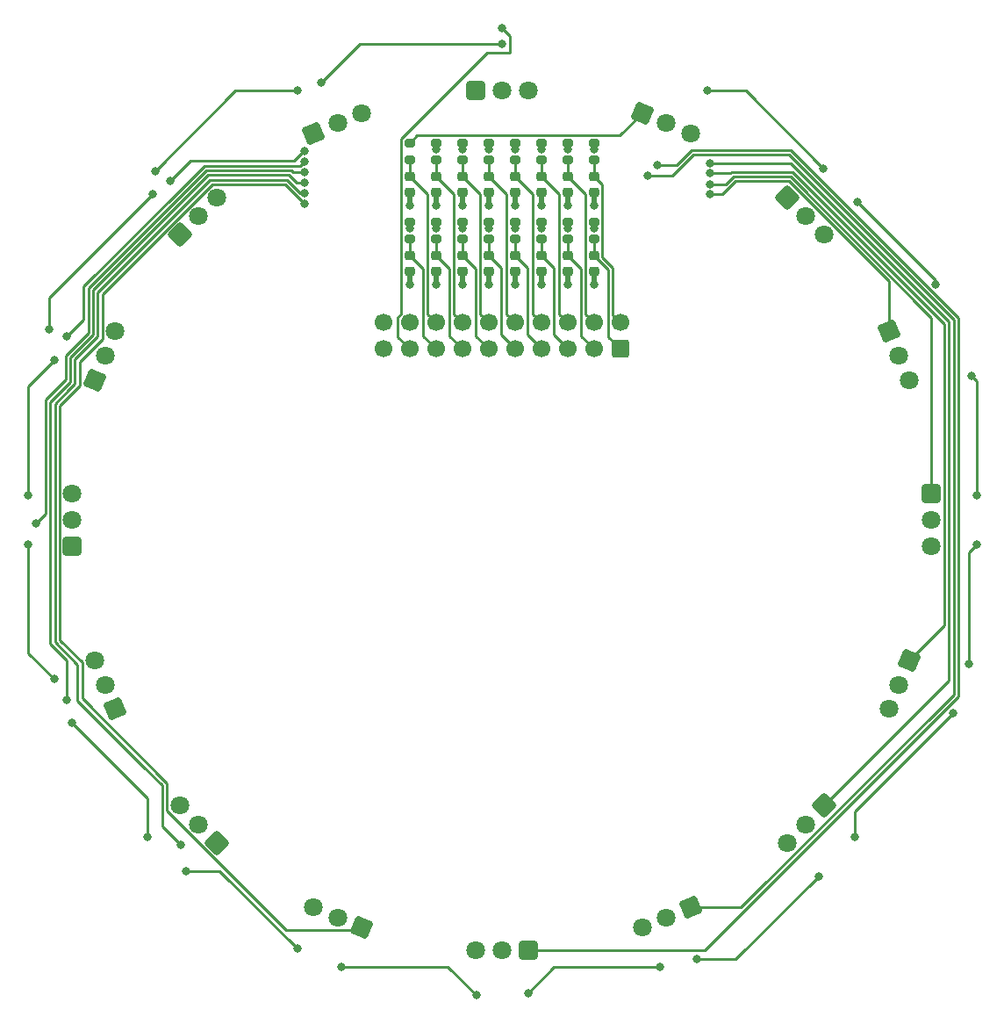
<source format=gbr>
%TF.GenerationSoftware,KiCad,Pcbnew,7.0.6*%
%TF.CreationDate,2023-12-16T12:44:14+09:00*%
%TF.ProjectId,BallSensor_TSSP58038_20230330,42616c6c-5365-46e7-936f-725f54535350,rev?*%
%TF.SameCoordinates,Original*%
%TF.FileFunction,Copper,L4,Bot*%
%TF.FilePolarity,Positive*%
%FSLAX46Y46*%
G04 Gerber Fmt 4.6, Leading zero omitted, Abs format (unit mm)*
G04 Created by KiCad (PCBNEW 7.0.6) date 2023-12-16 12:44:14*
%MOMM*%
%LPD*%
G01*
G04 APERTURE LIST*
G04 Aperture macros list*
%AMRoundRect*
0 Rectangle with rounded corners*
0 $1 Rounding radius*
0 $2 $3 $4 $5 $6 $7 $8 $9 X,Y pos of 4 corners*
0 Add a 4 corners polygon primitive as box body*
4,1,4,$2,$3,$4,$5,$6,$7,$8,$9,$2,$3,0*
0 Add four circle primitives for the rounded corners*
1,1,$1+$1,$2,$3*
1,1,$1+$1,$4,$5*
1,1,$1+$1,$6,$7*
1,1,$1+$1,$8,$9*
0 Add four rect primitives between the rounded corners*
20,1,$1+$1,$2,$3,$4,$5,0*
20,1,$1+$1,$4,$5,$6,$7,0*
20,1,$1+$1,$6,$7,$8,$9,0*
20,1,$1+$1,$8,$9,$2,$3,0*%
G04 Aperture macros list end*
%TA.AperFunction,SMDPad,CuDef*%
%ADD10RoundRect,0.200000X-0.275000X0.200000X-0.275000X-0.200000X0.275000X-0.200000X0.275000X0.200000X0*%
%TD*%
%TA.AperFunction,ComponentPad*%
%ADD11RoundRect,0.250200X0.849005X0.351669X-0.351669X0.849005X-0.849005X-0.351669X0.351669X-0.849005X0*%
%TD*%
%TA.AperFunction,ComponentPad*%
%ADD12C,1.800000*%
%TD*%
%TA.AperFunction,SMDPad,CuDef*%
%ADD13RoundRect,0.225000X-0.250000X0.225000X-0.250000X-0.225000X0.250000X-0.225000X0.250000X0.225000X0*%
%TD*%
%TA.AperFunction,ComponentPad*%
%ADD14RoundRect,0.250200X-0.849005X-0.351669X0.351669X-0.849005X0.849005X0.351669X-0.351669X0.849005X0*%
%TD*%
%TA.AperFunction,ComponentPad*%
%ADD15RoundRect,0.250200X-0.918956X0.000000X0.000000X-0.918956X0.918956X0.000000X0.000000X0.918956X0*%
%TD*%
%TA.AperFunction,ComponentPad*%
%ADD16RoundRect,0.250000X0.600000X-0.600000X0.600000X0.600000X-0.600000X0.600000X-0.600000X-0.600000X0*%
%TD*%
%TA.AperFunction,ComponentPad*%
%ADD17C,1.700000*%
%TD*%
%TA.AperFunction,ComponentPad*%
%ADD18RoundRect,0.250200X-0.649800X-0.649800X0.649800X-0.649800X0.649800X0.649800X-0.649800X0.649800X0*%
%TD*%
%TA.AperFunction,ComponentPad*%
%ADD19RoundRect,0.250200X-0.351669X0.849005X-0.849005X-0.351669X0.351669X-0.849005X0.849005X0.351669X0*%
%TD*%
%TA.AperFunction,ComponentPad*%
%ADD20RoundRect,0.250200X0.918956X0.000000X0.000000X0.918956X-0.918956X0.000000X0.000000X-0.918956X0*%
%TD*%
%TA.AperFunction,ComponentPad*%
%ADD21RoundRect,0.250200X0.649800X-0.649800X0.649800X0.649800X-0.649800X0.649800X-0.649800X-0.649800X0*%
%TD*%
%TA.AperFunction,ComponentPad*%
%ADD22RoundRect,0.250200X0.351669X0.849005X-0.849005X0.351669X-0.351669X-0.849005X0.849005X-0.351669X0*%
%TD*%
%TA.AperFunction,ComponentPad*%
%ADD23RoundRect,0.250200X0.000000X-0.918956X0.918956X0.000000X0.000000X0.918956X-0.918956X0.000000X0*%
%TD*%
%TA.AperFunction,ComponentPad*%
%ADD24RoundRect,0.250200X-0.649800X0.649800X-0.649800X-0.649800X0.649800X-0.649800X0.649800X0.649800X0*%
%TD*%
%TA.AperFunction,ComponentPad*%
%ADD25RoundRect,0.250200X0.351669X-0.849005X0.849005X0.351669X-0.351669X0.849005X-0.849005X-0.351669X0*%
%TD*%
%TA.AperFunction,ComponentPad*%
%ADD26RoundRect,0.250200X-0.351669X-0.849005X0.849005X-0.351669X0.351669X0.849005X-0.849005X0.351669X0*%
%TD*%
%TA.AperFunction,ComponentPad*%
%ADD27RoundRect,0.250200X-0.849005X0.351669X-0.351669X-0.849005X0.849005X-0.351669X0.351669X0.849005X0*%
%TD*%
%TA.AperFunction,ComponentPad*%
%ADD28RoundRect,0.250200X0.849005X-0.351669X0.351669X0.849005X-0.849005X0.351669X-0.351669X-0.849005X0*%
%TD*%
%TA.AperFunction,ComponentPad*%
%ADD29RoundRect,0.250200X0.000000X0.918956X-0.918956X0.000000X0.000000X-0.918956X0.918956X0.000000X0*%
%TD*%
%TA.AperFunction,ComponentPad*%
%ADD30RoundRect,0.250200X0.649800X0.649800X-0.649800X0.649800X-0.649800X-0.649800X0.649800X-0.649800X0*%
%TD*%
%TA.AperFunction,ViaPad*%
%ADD31C,0.800000*%
%TD*%
%TA.AperFunction,Conductor*%
%ADD32C,0.250000*%
%TD*%
%TA.AperFunction,Conductor*%
%ADD33C,0.500000*%
%TD*%
G04 APERTURE END LIST*
D10*
%TO.P,R3,1*%
%TO.N,sig2*%
X109855000Y-63310000D03*
%TO.P,R3,2*%
%TO.N,sig2-LPF*%
X109855000Y-64960000D03*
%TD*%
D11*
%TO.P,U8,1,OUT*%
%TO.N,sig8*%
X87449425Y-138952822D03*
D12*
%TO.P,U8,2,GND*%
%TO.N,GND*%
X85102771Y-137980806D03*
%TO.P,U8,3,Vs*%
%TO.N,+5V*%
X82756117Y-137008790D03*
%TD*%
D13*
%TO.P,C5,1*%
%TO.N,sig4-LPF*%
X107315000Y-66535000D03*
%TO.P,C5,2*%
%TO.N,GND*%
X107315000Y-68085000D03*
%TD*%
D10*
%TO.P,R15,1*%
%TO.N,sig14*%
X94615000Y-63310000D03*
%TO.P,R15,2*%
%TO.N,sig14-LPF*%
X94615000Y-64960000D03*
%TD*%
D13*
%TO.P,C8,1*%
%TO.N,sig7-LPF*%
X102235000Y-74155000D03*
%TO.P,C8,2*%
%TO.N,GND*%
X102235000Y-75705000D03*
%TD*%
%TO.P,C10,1*%
%TO.N,sig9-LPF*%
X99695000Y-74155000D03*
%TO.P,C10,2*%
%TO.N,GND*%
X99695000Y-75705000D03*
%TD*%
D10*
%TO.P,R2,1*%
%TO.N,sig1*%
X109855000Y-70930000D03*
%TO.P,R2,2*%
%TO.N,sig1-LPF*%
X109855000Y-72580000D03*
%TD*%
D13*
%TO.P,C4,1*%
%TO.N,sig3-LPF*%
X107315000Y-74155000D03*
%TO.P,C4,2*%
%TO.N,GND*%
X107315000Y-75705000D03*
%TD*%
D10*
%TO.P,R4,1*%
%TO.N,sig3*%
X107315000Y-70930000D03*
%TO.P,R4,2*%
%TO.N,sig3-LPF*%
X107315000Y-72580000D03*
%TD*%
D13*
%TO.P,C9,1*%
%TO.N,sig8-LPF*%
X102235000Y-66535000D03*
%TO.P,C9,2*%
%TO.N,GND*%
X102235000Y-68085000D03*
%TD*%
D14*
%TO.P,U16,1,OUT*%
%TO.N,sig16*%
X114480574Y-60419177D03*
D12*
%TO.P,U16,2,GND*%
%TO.N,GND*%
X116827228Y-61391193D03*
%TO.P,U16,3,Vs*%
%TO.N,+5V*%
X119173882Y-62363209D03*
%TD*%
D15*
%TO.P,U15,1,OUT*%
%TO.N,sig15*%
X128478525Y-68580372D03*
D12*
%TO.P,U15,2,GND*%
%TO.N,GND*%
X130274576Y-70376423D03*
%TO.P,U15,3,Vs*%
%TO.N,+5V*%
X132070627Y-72172474D03*
%TD*%
D10*
%TO.P,R6,1*%
%TO.N,sig5*%
X104775000Y-70930000D03*
%TO.P,R6,2*%
%TO.N,sig5-LPF*%
X104775000Y-72580000D03*
%TD*%
%TO.P,R9,1*%
%TO.N,sig8*%
X102235000Y-63310000D03*
%TO.P,R9,2*%
%TO.N,sig8-LPF*%
X102235000Y-64960000D03*
%TD*%
D13*
%TO.P,C7,1*%
%TO.N,sig6-LPF*%
X104775000Y-66535000D03*
%TO.P,C7,2*%
%TO.N,GND*%
X104775000Y-68085000D03*
%TD*%
%TO.P,C14,1*%
%TO.N,sig13-LPF*%
X94615000Y-74155000D03*
%TO.P,C14,2*%
%TO.N,GND*%
X94615000Y-75705000D03*
%TD*%
D16*
%TO.P,J1,1,Pin_1*%
%TO.N,sig1-LPF*%
X112395000Y-83185000D03*
D17*
%TO.P,J1,2,Pin_2*%
%TO.N,sig2-LPF*%
X112395000Y-80645000D03*
%TO.P,J1,3,Pin_3*%
%TO.N,sig3-LPF*%
X109855000Y-83185000D03*
%TO.P,J1,4,Pin_4*%
%TO.N,sig4-LPF*%
X109855000Y-80645000D03*
%TO.P,J1,5,Pin_5*%
%TO.N,sig5-LPF*%
X107315000Y-83185000D03*
%TO.P,J1,6,Pin_6*%
%TO.N,sig6-LPF*%
X107315000Y-80645000D03*
%TO.P,J1,7,Pin_7*%
%TO.N,sig7-LPF*%
X104775000Y-83185000D03*
%TO.P,J1,8,Pin_8*%
%TO.N,sig8-LPF*%
X104775000Y-80645000D03*
%TO.P,J1,9,Pin_9*%
%TO.N,sig9-LPF*%
X102235000Y-83185000D03*
%TO.P,J1,10,Pin_10*%
%TO.N,sig10-LPF*%
X102235000Y-80645000D03*
%TO.P,J1,11,Pin_11*%
%TO.N,sig11-LPF*%
X99695000Y-83185000D03*
%TO.P,J1,12,Pin_12*%
%TO.N,sig12-LPF*%
X99695000Y-80645000D03*
%TO.P,J1,13,Pin_13*%
%TO.N,sig13-LPF*%
X97155000Y-83185000D03*
%TO.P,J1,14,Pin_14*%
%TO.N,sig14-LPF*%
X97155000Y-80645000D03*
%TO.P,J1,15,Pin_15*%
%TO.N,sig15-LPF*%
X94615000Y-83185000D03*
%TO.P,J1,16,Pin_16*%
%TO.N,sig16-LPF*%
X94615000Y-80645000D03*
%TO.P,J1,17,Pin_17*%
%TO.N,sig_NeoPixel*%
X92075000Y-83185000D03*
%TO.P,J1,18,Pin_18*%
%TO.N,+5V*%
X92075000Y-80645000D03*
%TO.P,J1,19,Pin_19*%
X89535000Y-83185000D03*
%TO.P,J1,20,Pin_20*%
%TO.N,GND*%
X89535000Y-80645000D03*
%TD*%
D10*
%TO.P,R10,1*%
%TO.N,sig9*%
X99695000Y-70930000D03*
%TO.P,R10,2*%
%TO.N,sig9-LPF*%
X99695000Y-72580000D03*
%TD*%
D13*
%TO.P,C2,1*%
%TO.N,sig1-LPF*%
X109855000Y-74155000D03*
%TO.P,C2,2*%
%TO.N,GND*%
X109855000Y-75705000D03*
%TD*%
D18*
%TO.P,U1,1,OUT*%
%TO.N,sig1*%
X98425000Y-58236000D03*
D12*
%TO.P,U1,2,GND*%
%TO.N,GND*%
X100965000Y-58236000D03*
%TO.P,U1,3,Vs*%
%TO.N,+5V*%
X103505000Y-58236000D03*
%TD*%
D13*
%TO.P,C13,1*%
%TO.N,sig12-LPF*%
X97155000Y-66535000D03*
%TO.P,C13,2*%
%TO.N,GND*%
X97155000Y-68085000D03*
%TD*%
%TO.P,C6,1*%
%TO.N,sig5-LPF*%
X104775000Y-74155000D03*
%TO.P,C6,2*%
%TO.N,GND*%
X104775000Y-75705000D03*
%TD*%
D10*
%TO.P,R14,1*%
%TO.N,sig13*%
X94615000Y-70930000D03*
%TO.P,R14,2*%
%TO.N,sig13-LPF*%
X94615000Y-72580000D03*
%TD*%
%TO.P,R5,1*%
%TO.N,sig4*%
X107315000Y-63310000D03*
%TO.P,R5,2*%
%TO.N,sig4-LPF*%
X107315000Y-64960000D03*
%TD*%
D19*
%TO.P,U12,1,OUT*%
%TO.N,sig12*%
X140231822Y-113201574D03*
D12*
%TO.P,U12,2,GND*%
%TO.N,GND*%
X139259806Y-115548228D03*
%TO.P,U12,3,Vs*%
%TO.N,+5V*%
X138287790Y-117894882D03*
%TD*%
D13*
%TO.P,C15,1*%
%TO.N,sig14-LPF*%
X94615000Y-66535000D03*
%TO.P,C15,2*%
%TO.N,GND*%
X94615000Y-68085000D03*
%TD*%
D20*
%TO.P,U7,1,OUT*%
%TO.N,sig7*%
X73451474Y-130791627D03*
D12*
%TO.P,U7,2,GND*%
%TO.N,GND*%
X71655423Y-128995576D03*
%TO.P,U7,3,Vs*%
%TO.N,+5V*%
X69859372Y-127199525D03*
%TD*%
D13*
%TO.P,C3,1*%
%TO.N,sig2-LPF*%
X109855000Y-66535000D03*
%TO.P,C3,2*%
%TO.N,GND*%
X109855000Y-68085000D03*
%TD*%
D21*
%TO.P,U5,1,OUT*%
%TO.N,sig5*%
X59515000Y-102226000D03*
D12*
%TO.P,U5,2,GND*%
%TO.N,GND*%
X59515000Y-99686000D03*
%TO.P,U5,3,Vs*%
%TO.N,+5V*%
X59515000Y-97146000D03*
%TD*%
D22*
%TO.P,U10,1,OUT*%
%TO.N,sig10*%
X119173882Y-137008790D03*
D12*
%TO.P,U10,2,GND*%
%TO.N,GND*%
X116827228Y-137980806D03*
%TO.P,U10,3,Vs*%
%TO.N,+5V*%
X114480574Y-138952822D03*
%TD*%
D10*
%TO.P,R16,1*%
%TO.N,sig15*%
X92075000Y-70930000D03*
%TO.P,R16,2*%
%TO.N,sig15-LPF*%
X92075000Y-72580000D03*
%TD*%
D23*
%TO.P,U3,1,OUT*%
%TO.N,sig3*%
X69859372Y-72172474D03*
D12*
%TO.P,U3,2,GND*%
%TO.N,GND*%
X71655423Y-70376423D03*
%TO.P,U3,3,Vs*%
%TO.N,+5V*%
X73451474Y-68580372D03*
%TD*%
D10*
%TO.P,R8,1*%
%TO.N,sig7*%
X102235000Y-70930000D03*
%TO.P,R8,2*%
%TO.N,sig7-LPF*%
X102235000Y-72580000D03*
%TD*%
D24*
%TO.P,U13,1,OUT*%
%TO.N,sig13*%
X142415000Y-97146000D03*
D12*
%TO.P,U13,2,GND*%
%TO.N,GND*%
X142415000Y-99686000D03*
%TO.P,U13,3,Vs*%
%TO.N,+5V*%
X142415000Y-102226000D03*
%TD*%
D25*
%TO.P,U4,1,OUT*%
%TO.N,sig4*%
X61698177Y-86170425D03*
D12*
%TO.P,U4,2,GND*%
%TO.N,GND*%
X62670193Y-83823771D03*
%TO.P,U4,3,Vs*%
%TO.N,+5V*%
X63642209Y-81477117D03*
%TD*%
D10*
%TO.P,R17,1*%
%TO.N,sig16*%
X92075000Y-63310000D03*
%TO.P,R17,2*%
%TO.N,sig16-LPF*%
X92075000Y-64960000D03*
%TD*%
D13*
%TO.P,C17,1*%
%TO.N,sig16-LPF*%
X92075000Y-66535000D03*
%TO.P,C17,2*%
%TO.N,GND*%
X92075000Y-68085000D03*
%TD*%
%TO.P,C12,1*%
%TO.N,sig11-LPF*%
X97155000Y-74155000D03*
%TO.P,C12,2*%
%TO.N,GND*%
X97155000Y-75705000D03*
%TD*%
D10*
%TO.P,R13,1*%
%TO.N,sig12*%
X97155000Y-63310000D03*
%TO.P,R13,2*%
%TO.N,sig12-LPF*%
X97155000Y-64960000D03*
%TD*%
D26*
%TO.P,U2,1,OUT*%
%TO.N,sig2*%
X82756117Y-62363209D03*
D12*
%TO.P,U2,2,GND*%
%TO.N,GND*%
X85102771Y-61391193D03*
%TO.P,U2,3,Vs*%
%TO.N,+5V*%
X87449425Y-60419177D03*
%TD*%
D10*
%TO.P,R12,1*%
%TO.N,sig11*%
X97155000Y-70930000D03*
%TO.P,R12,2*%
%TO.N,sig11-LPF*%
X97155000Y-72580000D03*
%TD*%
D27*
%TO.P,U14,1,OUT*%
%TO.N,sig14*%
X138287790Y-81477117D03*
D12*
%TO.P,U14,2,GND*%
%TO.N,GND*%
X139259806Y-83823771D03*
%TO.P,U14,3,Vs*%
%TO.N,+5V*%
X140231822Y-86170425D03*
%TD*%
D10*
%TO.P,R7,1*%
%TO.N,sig6*%
X104775000Y-63310000D03*
%TO.P,R7,2*%
%TO.N,sig6-LPF*%
X104775000Y-64960000D03*
%TD*%
%TO.P,R11,1*%
%TO.N,sig10*%
X99695000Y-63310000D03*
%TO.P,R11,2*%
%TO.N,sig10-LPF*%
X99695000Y-64960000D03*
%TD*%
D13*
%TO.P,C11,1*%
%TO.N,sig10-LPF*%
X99695000Y-66535000D03*
%TO.P,C11,2*%
%TO.N,GND*%
X99695000Y-68085000D03*
%TD*%
D28*
%TO.P,U6,1,OUT*%
%TO.N,sig6*%
X63642209Y-117894882D03*
D12*
%TO.P,U6,2,GND*%
%TO.N,GND*%
X62670193Y-115548228D03*
%TO.P,U6,3,Vs*%
%TO.N,+5V*%
X61698177Y-113201574D03*
%TD*%
D13*
%TO.P,C16,1*%
%TO.N,sig15-LPF*%
X92075000Y-74155000D03*
%TO.P,C16,2*%
%TO.N,GND*%
X92075000Y-75705000D03*
%TD*%
D29*
%TO.P,U11,1,OUT*%
%TO.N,sig11*%
X132070627Y-127199525D03*
D12*
%TO.P,U11,2,GND*%
%TO.N,GND*%
X130274576Y-128995576D03*
%TO.P,U11,3,Vs*%
%TO.N,+5V*%
X128478525Y-130791627D03*
%TD*%
D30*
%TO.P,U9,1,OUT*%
%TO.N,sig9*%
X103505000Y-141136000D03*
D12*
%TO.P,U9,2,GND*%
%TO.N,GND*%
X100965000Y-141136000D03*
%TO.P,U9,3,Vs*%
%TO.N,+5V*%
X98425000Y-141136000D03*
%TD*%
D31*
%TO.N,GND*%
X92075000Y-76975000D03*
X99695000Y-76975000D03*
X109855000Y-69355000D03*
X104775000Y-69355000D03*
X102235000Y-69355000D03*
X104775000Y-76975000D03*
X107315000Y-76975000D03*
X107315000Y-69355000D03*
X94615000Y-76975000D03*
X102235000Y-76975000D03*
X99695000Y-69355000D03*
X92075000Y-69355000D03*
X109855000Y-76975000D03*
X94615000Y-69355000D03*
X97155000Y-76975000D03*
X97155000Y-69355000D03*
%TO.N,Net-(D2-DOUT)*%
X83500000Y-57500000D03*
X101000000Y-53750000D03*
%TO.N,sig_NeoPixel*%
X101000000Y-52250000D03*
%TO.N,Net-(D3-DOUT)*%
X67500000Y-66000000D03*
X81250000Y-58250000D03*
%TO.N,Net-(D4-DOUT)*%
X67250000Y-68250000D03*
X57288841Y-81250000D03*
%TO.N,Net-(D5-DOUT)*%
X57750000Y-84250000D03*
X55250000Y-97250000D03*
%TO.N,Net-(D6-DOUT)*%
X55250000Y-102000000D03*
X57750000Y-115000000D03*
%TO.N,Net-(D7-DOUT)*%
X66750000Y-130250000D03*
X59500000Y-119250000D03*
%TO.N,Net-(D8-DOUT)*%
X70500000Y-133500000D03*
X81250000Y-141000000D03*
%TO.N,Net-(D10-DIN)*%
X98500000Y-145500000D03*
X85500000Y-142750000D03*
%TO.N,Net-(D10-DOUT)*%
X103500000Y-145250000D03*
X116250000Y-142750000D03*
%TO.N,Net-(D11-DOUT)*%
X119750000Y-142000000D03*
X131500000Y-134000000D03*
%TO.N,Net-(D12-DOUT)*%
X135000000Y-130250000D03*
X144500000Y-118250000D03*
%TO.N,Net-(D13-DOUT)*%
X146750000Y-102000000D03*
X146000000Y-113500000D03*
%TO.N,Net-(D14-DOUT)*%
X146250000Y-85750000D03*
X146750000Y-97250000D03*
%TO.N,Net-(D15-DOUT)*%
X142793571Y-76956428D03*
X135250000Y-69000000D03*
%TO.N,Net-(D16-DOUT)*%
X120750000Y-58250000D03*
X132000000Y-65750000D03*
%TO.N,sig1*%
X109855000Y-71580500D03*
%TO.N,sig2*%
X109855000Y-63960500D03*
%TO.N,sig3*%
X81915000Y-64135000D03*
X69000000Y-67000000D03*
X107315000Y-71580500D03*
%TO.N,sig4*%
X59000000Y-82000000D03*
X81915000Y-65134503D03*
X107315000Y-63960500D03*
%TO.N,sig5*%
X56000000Y-100000000D03*
X81915000Y-66134006D03*
X104775000Y-71580500D03*
%TO.N,sig6*%
X104775000Y-63960500D03*
X81915000Y-67133509D03*
X59000000Y-117000000D03*
%TO.N,sig7*%
X70000000Y-131000000D03*
X81915000Y-68133012D03*
X102235000Y-71580500D03*
%TO.N,sig8*%
X102235000Y-63960500D03*
X81915000Y-69132515D03*
%TO.N,sig9*%
X115989908Y-65489908D03*
X99695000Y-71580500D03*
%TO.N,sig10*%
X99695000Y-63960500D03*
X114989908Y-66489908D03*
%TO.N,sig11*%
X121000000Y-65250497D03*
X97155000Y-71580500D03*
%TO.N,sig12*%
X97155000Y-63960500D03*
X121000000Y-66250000D03*
%TO.N,sig13*%
X121000000Y-67275997D03*
X94615000Y-71580500D03*
%TO.N,sig14*%
X94615000Y-63960500D03*
X121000000Y-68275500D03*
%TO.N,sig15*%
X92075000Y-71580500D03*
%TD*%
D32*
%TO.N,sig4*%
X74000000Y-65510000D02*
X72243850Y-65510000D01*
D33*
%TO.N,GND*%
X109855000Y-68085000D02*
X109855000Y-69355000D01*
X109855000Y-75705000D02*
X109855000Y-76975000D01*
X99695000Y-68085000D02*
X99695000Y-69355000D01*
X92075000Y-68085000D02*
X92075000Y-69355000D01*
X102235000Y-75705000D02*
X102235000Y-76975000D01*
X104775000Y-68085000D02*
X104775000Y-69355000D01*
X94615000Y-75705000D02*
X94615000Y-76975000D01*
X94615000Y-68085000D02*
X94615000Y-69355000D01*
X107315000Y-75705000D02*
X107315000Y-76975000D01*
X92075000Y-75705000D02*
X92075000Y-76975000D01*
X102235000Y-68085000D02*
X102235000Y-69355000D01*
X104775000Y-75705000D02*
X104775000Y-76975000D01*
X107315000Y-68085000D02*
X107315000Y-69355000D01*
X99695000Y-75705000D02*
X99695000Y-76975000D01*
X97155000Y-68085000D02*
X97155000Y-69355000D01*
X97155000Y-75705000D02*
X97155000Y-76975000D01*
D32*
%TO.N,sig1-LPF*%
X112395000Y-83185000D02*
X111220000Y-82010000D01*
X111220000Y-75520000D02*
X109855000Y-74155000D01*
X109855000Y-74155000D02*
X109855000Y-72580000D01*
X111220000Y-82010000D02*
X111220000Y-75520000D01*
%TO.N,sig2-LPF*%
X111670000Y-79920000D02*
X111670000Y-75333604D01*
X109855000Y-66535000D02*
X109855000Y-64960000D01*
X110655000Y-67335000D02*
X109855000Y-66535000D01*
X112395000Y-80645000D02*
X111670000Y-79920000D01*
X110655000Y-74318604D02*
X110655000Y-67335000D01*
X111670000Y-75333604D02*
X110655000Y-74318604D01*
%TO.N,sig3-LPF*%
X108605000Y-81935000D02*
X108605000Y-75445000D01*
X109855000Y-83185000D02*
X108605000Y-81935000D01*
X107315000Y-72580000D02*
X107315000Y-74155000D01*
X108605000Y-75445000D02*
X107315000Y-74155000D01*
%TO.N,sig4-LPF*%
X107315000Y-64960000D02*
X107315000Y-66535000D01*
X109855000Y-80645000D02*
X109055000Y-79845000D01*
X109055000Y-79845000D02*
X109055000Y-68275000D01*
X109055000Y-68275000D02*
X107315000Y-66535000D01*
%TO.N,sig5-LPF*%
X105950000Y-75330000D02*
X104775000Y-74155000D01*
X104775000Y-74155000D02*
X104775000Y-72580000D01*
X107315000Y-83185000D02*
X105950000Y-81820000D01*
X105950000Y-81820000D02*
X105950000Y-75330000D01*
%TO.N,sig6-LPF*%
X106515000Y-68275000D02*
X104775000Y-66535000D01*
X104775000Y-66535000D02*
X104775000Y-64960000D01*
X107315000Y-80645000D02*
X106515000Y-79845000D01*
X106515000Y-79845000D02*
X106515000Y-68275000D01*
%TO.N,sig7-LPF*%
X102235000Y-74155000D02*
X102235000Y-72580000D01*
X103410000Y-75330000D02*
X102235000Y-74155000D01*
X104775000Y-83185000D02*
X103410000Y-81820000D01*
X103410000Y-81820000D02*
X103410000Y-75330000D01*
%TO.N,sig8-LPF*%
X104775000Y-80645000D02*
X103975000Y-79845000D01*
X103975000Y-79845000D02*
X103975000Y-68275000D01*
X102235000Y-64960000D02*
X102235000Y-66535000D01*
X103975000Y-68275000D02*
X102235000Y-66535000D01*
%TO.N,sig9-LPF*%
X100870000Y-81820000D02*
X100870000Y-75330000D01*
X99695000Y-72580000D02*
X99695000Y-74155000D01*
X102235000Y-83185000D02*
X100870000Y-81820000D01*
X100870000Y-75330000D02*
X99695000Y-74155000D01*
%TO.N,sig10-LPF*%
X101435000Y-68275000D02*
X99695000Y-66535000D01*
X102235000Y-80645000D02*
X101435000Y-79845000D01*
X101435000Y-79845000D02*
X101435000Y-68275000D01*
X99695000Y-66535000D02*
X99695000Y-64960000D01*
%TO.N,sig11-LPF*%
X97155000Y-72580000D02*
X97155000Y-74155000D01*
X98445000Y-81935000D02*
X98445000Y-75445000D01*
X98445000Y-75445000D02*
X97155000Y-74155000D01*
X99695000Y-83185000D02*
X98445000Y-81935000D01*
%TO.N,sig12-LPF*%
X97155000Y-64960000D02*
X97155000Y-66535000D01*
X99695000Y-80645000D02*
X98895000Y-79845000D01*
X98885997Y-68265997D02*
X98895000Y-68265997D01*
X98895000Y-79845000D02*
X98895000Y-68265997D01*
X97155000Y-66535000D02*
X98885997Y-68265997D01*
%TO.N,sig13-LPF*%
X94615000Y-74155000D02*
X94615000Y-72580000D01*
X95905000Y-75445000D02*
X94615000Y-74155000D01*
X97155000Y-83185000D02*
X95905000Y-81935000D01*
X95905000Y-81935000D02*
X95905000Y-75445000D01*
%TO.N,sig14-LPF*%
X94615000Y-66535000D02*
X94615000Y-64960000D01*
X96355000Y-68275000D02*
X94615000Y-66535000D01*
X96355000Y-79845000D02*
X96355000Y-68275000D01*
X97155000Y-80645000D02*
X96355000Y-79845000D01*
%TO.N,sig15-LPF*%
X93365000Y-81935000D02*
X93365000Y-75445000D01*
X92075000Y-72580000D02*
X92075000Y-74155000D01*
X94615000Y-83185000D02*
X93365000Y-81935000D01*
X93365000Y-75445000D02*
X92075000Y-74155000D01*
%TO.N,sig16-LPF*%
X92075000Y-64960000D02*
X92075000Y-66535000D01*
X93815000Y-79845000D02*
X93815000Y-68275000D01*
X94615000Y-80645000D02*
X93815000Y-79845000D01*
X93815000Y-68275000D02*
X92075000Y-66535000D01*
%TO.N,Net-(D2-DOUT)*%
X101000000Y-53750000D02*
X87250000Y-53750000D01*
X87250000Y-53750000D02*
X83500000Y-57500000D01*
%TO.N,sig_NeoPixel*%
X91275000Y-79783299D02*
X90900000Y-80158299D01*
X101725000Y-54599056D02*
X99568482Y-54599056D01*
X101000000Y-52250000D02*
X101725000Y-52975000D01*
X91275000Y-62892538D02*
X91275000Y-79783299D01*
X90900000Y-82010000D02*
X92075000Y-83185000D01*
X101725000Y-52975000D02*
X101725000Y-54599056D01*
X90900000Y-80158299D02*
X90900000Y-82010000D01*
X99568482Y-54599056D02*
X91275000Y-62892538D01*
%TO.N,Net-(D3-DOUT)*%
X81250000Y-58250000D02*
X75250000Y-58250000D01*
X75250000Y-58250000D02*
X67500000Y-66000000D01*
%TO.N,Net-(D4-DOUT)*%
X67250000Y-68250000D02*
X57288841Y-78211159D01*
X57288841Y-78211159D02*
X57288841Y-81250000D01*
%TO.N,Net-(D5-DOUT)*%
X55250000Y-86750000D02*
X55250000Y-97250000D01*
X57750000Y-84250000D02*
X55250000Y-86750000D01*
%TO.N,Net-(D6-DOUT)*%
X55250000Y-112500000D02*
X57750000Y-115000000D01*
X55250000Y-102000000D02*
X55250000Y-112500000D01*
%TO.N,Net-(D7-DOUT)*%
X66750000Y-126500000D02*
X66750000Y-130250000D01*
X59500000Y-119250000D02*
X66750000Y-126500000D01*
%TO.N,Net-(D8-DOUT)*%
X70500000Y-133500000D02*
X73750000Y-133500000D01*
X73750000Y-133500000D02*
X81250000Y-141000000D01*
%TO.N,Net-(D10-DIN)*%
X85500000Y-142750000D02*
X95750000Y-142750000D01*
X95750000Y-142750000D02*
X98500000Y-145500000D01*
%TO.N,Net-(D10-DOUT)*%
X103500000Y-145250000D02*
X106000000Y-142750000D01*
X106000000Y-142750000D02*
X116250000Y-142750000D01*
%TO.N,Net-(D11-DOUT)*%
X123500000Y-142000000D02*
X131500000Y-134000000D01*
X119750000Y-142000000D02*
X123500000Y-142000000D01*
%TO.N,Net-(D12-DOUT)*%
X135000000Y-127750000D02*
X144500000Y-118250000D01*
X135000000Y-130250000D02*
X135000000Y-127750000D01*
%TO.N,Net-(D13-DOUT)*%
X146000000Y-113500000D02*
X146000000Y-102750000D01*
X146000000Y-102750000D02*
X146750000Y-102000000D01*
%TO.N,Net-(D14-DOUT)*%
X146750000Y-86250000D02*
X146250000Y-85750000D01*
X146750000Y-97250000D02*
X146750000Y-86250000D01*
%TO.N,Net-(D15-DOUT)*%
X142793571Y-76956428D02*
X142793571Y-76543571D01*
X142793571Y-76543571D02*
X135250000Y-69000000D01*
%TO.N,Net-(D16-DOUT)*%
X132000000Y-65750000D02*
X124500000Y-58250000D01*
X124500000Y-58250000D02*
X120750000Y-58250000D01*
%TO.N,sig1*%
X109855000Y-70930000D02*
X109855000Y-71580500D01*
%TO.N,sig2*%
X109855000Y-63310000D02*
X109855000Y-63960500D01*
%TO.N,sig3*%
X107315000Y-70930000D02*
X107315000Y-71580500D01*
X70940000Y-65060000D02*
X69000000Y-67000000D01*
X74000000Y-65060000D02*
X70940000Y-65060000D01*
X81915000Y-64135000D02*
X81865000Y-64135000D01*
X80940000Y-65060000D02*
X74000000Y-65060000D01*
X81865000Y-64135000D02*
X80940000Y-65060000D01*
%TO.N,sig4*%
X60617209Y-80382791D02*
X59000000Y-82000000D01*
X107315000Y-63310000D02*
X107315000Y-63960500D01*
X69876925Y-67876925D02*
X60617209Y-77136641D01*
X72243850Y-65510000D02*
X69876925Y-67876925D01*
X60617209Y-77136641D02*
X60617209Y-77509433D01*
X81539503Y-65510000D02*
X74000000Y-65510000D01*
X60617209Y-77509433D02*
X60617209Y-80382791D01*
X81915000Y-65134503D02*
X81539503Y-65510000D01*
%TO.N,sig5*%
X73800000Y-65960000D02*
X72430246Y-65960000D01*
X56940000Y-88080237D02*
X56940000Y-91000000D01*
X66695123Y-71695123D02*
X64195123Y-74195123D01*
X56940000Y-99060000D02*
X56000000Y-100000000D01*
X61067209Y-77323037D02*
X61067209Y-81623603D01*
X80625870Y-65960000D02*
X73800000Y-65960000D01*
X67695123Y-70695123D02*
X66695123Y-71695123D01*
X58876580Y-83814232D02*
X58876580Y-86143657D01*
X61067209Y-81623603D02*
X58876580Y-83814232D01*
X56940000Y-91000000D02*
X56940000Y-99060000D01*
X81915000Y-66134006D02*
X80799876Y-66134006D01*
X104775000Y-70930000D02*
X104775000Y-71580500D01*
X64195123Y-74195123D02*
X61067209Y-77323037D01*
X72430246Y-65960000D02*
X67695123Y-70695123D01*
X80799876Y-66134006D02*
X80625870Y-65960000D01*
X58876580Y-86143657D02*
X56940000Y-88080237D01*
%TO.N,sig6*%
X61517209Y-77509433D02*
X61517209Y-81809999D01*
X59000000Y-113199615D02*
X59000000Y-117000000D01*
X80439475Y-66410000D02*
X72616642Y-66410000D01*
X61517209Y-81809999D02*
X59326580Y-84000628D01*
X59326580Y-84000628D02*
X59326580Y-86330053D01*
X57390000Y-88266633D02*
X57390000Y-111589615D01*
X72616642Y-66410000D02*
X61517209Y-77509433D01*
X81915000Y-67133509D02*
X81162984Y-67133509D01*
X104775000Y-63310000D02*
X104775000Y-63960500D01*
X57390000Y-111589615D02*
X59000000Y-113199615D01*
X59326580Y-86330053D02*
X57390000Y-88266633D01*
X81162984Y-67133509D02*
X80439475Y-66410000D01*
%TO.N,sig7*%
X61967209Y-81996395D02*
X61881802Y-82081802D01*
X60023177Y-113586396D02*
X60023177Y-117059573D01*
X102235000Y-70930000D02*
X102235000Y-71580500D01*
X64531519Y-75131519D02*
X61967209Y-77695829D01*
X61967209Y-77695829D02*
X61967209Y-81400000D01*
X81526091Y-68133012D02*
X80253079Y-66860000D01*
X61881802Y-82081802D02*
X59776580Y-84187024D01*
X60023177Y-117059573D02*
X66381802Y-123418198D01*
X69231519Y-70431519D02*
X64531519Y-75131519D01*
X61967209Y-81400000D02*
X61967209Y-81996395D01*
X68184372Y-129184372D02*
X70000000Y-131000000D01*
X57840000Y-111403219D02*
X60023177Y-113586396D01*
X59776580Y-84187024D02*
X59776580Y-86516449D01*
X69531519Y-70131519D02*
X69231519Y-70431519D01*
X59146514Y-87146515D02*
X57840000Y-88453029D01*
X66381802Y-123418198D02*
X68184372Y-125220768D01*
X80253079Y-66860000D02*
X73800000Y-66860000D01*
X57840000Y-88453029D02*
X57840000Y-92600000D01*
X72803038Y-66860000D02*
X72539434Y-67123604D01*
X68184372Y-125220768D02*
X68184372Y-129184372D01*
X57840000Y-92600000D02*
X57840000Y-111403219D01*
X72539434Y-67123604D02*
X69531519Y-70131519D01*
X73800000Y-66860000D02*
X72803038Y-66860000D01*
X81915000Y-68133012D02*
X81526091Y-68133012D01*
X59776580Y-86516449D02*
X59146514Y-87146515D01*
%TO.N,sig8*%
X60226580Y-84373420D02*
X60226580Y-86702845D01*
X84589553Y-139200000D02*
X84595359Y-139205806D01*
X81915000Y-69132515D02*
X81889198Y-69132515D01*
X60473177Y-116873177D02*
X68634372Y-125034372D01*
X81889198Y-69132515D02*
X80066683Y-67310000D01*
X62417209Y-82182791D02*
X60226580Y-84373420D01*
X80066683Y-67310000D02*
X72989434Y-67310000D01*
X60473177Y-113400000D02*
X60473177Y-116873177D01*
X58290000Y-88639425D02*
X58290000Y-111216823D01*
X58290000Y-111216823D02*
X60473177Y-113400000D01*
X80127435Y-139200000D02*
X84589553Y-139200000D01*
X84595359Y-139205806D02*
X87196441Y-139205806D01*
X68634372Y-125034372D02*
X68634372Y-127706937D01*
X87196441Y-139205806D02*
X87449425Y-138952822D01*
X102235000Y-63310000D02*
X102235000Y-63960500D01*
X62417209Y-77882225D02*
X62417209Y-82182791D01*
X60226580Y-86702845D02*
X58290000Y-88639425D01*
X68634372Y-127706937D02*
X80127435Y-139200000D01*
X72989434Y-67310000D02*
X62417209Y-77882225D01*
%TO.N,sig9*%
X120502960Y-141136000D02*
X103505000Y-141136000D01*
X144990000Y-116648960D02*
X120502960Y-141136000D01*
X128815494Y-64002949D02*
X144990000Y-80177455D01*
X119266553Y-64002949D02*
X128815494Y-64002949D01*
X115989908Y-65489908D02*
X117779595Y-65489908D01*
X117779595Y-65489908D02*
X119266553Y-64002949D01*
X144990000Y-80177455D02*
X144990000Y-116648960D01*
X99695000Y-70930000D02*
X99695000Y-71580500D01*
%TO.N,sig10*%
X144540000Y-116462564D02*
X123993774Y-137008790D01*
X117415991Y-66489908D02*
X119452949Y-64452949D01*
X114989908Y-66489908D02*
X117415991Y-66489908D01*
X128629098Y-64452949D02*
X144540000Y-80363851D01*
X123993774Y-137008790D02*
X119173882Y-137008790D01*
X119452949Y-64452949D02*
X128629098Y-64452949D01*
X144540000Y-80363851D02*
X144540000Y-116462564D01*
X99695000Y-63310000D02*
X99695000Y-63960500D01*
%TO.N,sig11*%
X121000000Y-65250497D02*
X128790250Y-65250497D01*
X97155000Y-70930000D02*
X97155000Y-71580500D01*
X144090000Y-115180152D02*
X132070627Y-127199525D01*
X144090000Y-80550247D02*
X144090000Y-115180152D01*
X128790250Y-65250497D02*
X144090000Y-80550247D01*
%TO.N,sig12*%
X122977208Y-66250000D02*
X123127208Y-66100000D01*
X97155000Y-63310000D02*
X97155000Y-63960500D01*
X143640000Y-80736643D02*
X143640000Y-109793396D01*
X123127208Y-66100000D02*
X129003357Y-66100000D01*
X121000000Y-66250000D02*
X122977208Y-66250000D01*
X143640000Y-109793396D02*
X140231822Y-113201574D01*
X129003357Y-66100000D02*
X143640000Y-80736643D01*
%TO.N,sig13*%
X123313604Y-66550000D02*
X128816961Y-66550000D01*
X122587607Y-67275997D02*
X123313604Y-66550000D01*
X94615000Y-70930000D02*
X94615000Y-71580500D01*
X128816961Y-66550000D02*
X142415000Y-80148039D01*
X142415000Y-80148039D02*
X142415000Y-97146000D01*
X121000000Y-67275997D02*
X122587607Y-67275997D01*
%TO.N,sig14*%
X121000000Y-68275500D02*
X122224500Y-68275500D01*
X138287790Y-76657225D02*
X138287790Y-81477117D01*
X128630565Y-67000000D02*
X138287790Y-76657225D01*
X94615000Y-63310000D02*
X94615000Y-63960500D01*
X123500000Y-67000000D02*
X128630565Y-67000000D01*
X122224500Y-68275500D02*
X123500000Y-67000000D01*
%TO.N,sig15*%
X92075000Y-70930000D02*
X92075000Y-71580500D01*
%TO.N,sig16*%
X92075000Y-63310000D02*
X92800000Y-62585000D01*
X112314751Y-62585000D02*
X114480574Y-60419177D01*
X92800000Y-62585000D02*
X112314751Y-62585000D01*
%TD*%
M02*

</source>
